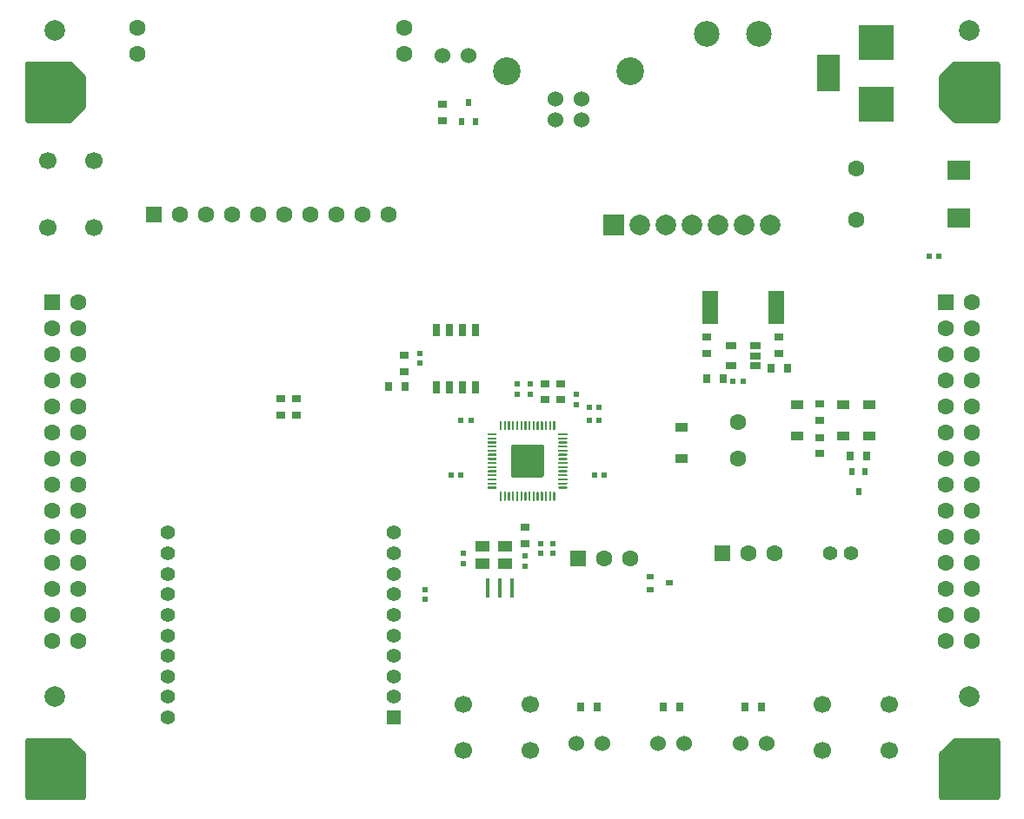
<source format=gts>
%TF.GenerationSoftware,KiCad,Pcbnew,(5.1.12)-1*%
%TF.CreationDate,2022-03-07T16:27:54+09:00*%
%TF.ProjectId,RP2040CommandStation,52503230-3430-4436-9f6d-6d616e645374,rev?*%
%TF.SameCoordinates,PX6cb8080PY8d24d00*%
%TF.FileFunction,Soldermask,Top*%
%TF.FilePolarity,Negative*%
%FSLAX46Y46*%
G04 Gerber Fmt 4.6, Leading zero omitted, Abs format (unit mm)*
G04 Created by KiCad (PCBNEW (5.1.12)-1) date 2022-03-07 16:27:54*
%MOMM*%
%LPD*%
G01*
G04 APERTURE LIST*
%ADD10C,2.000000*%
%ADD11R,0.500000X0.550000*%
%ADD12R,0.550000X0.500000*%
%ADD13R,1.000000X0.700000*%
%ADD14C,1.600000*%
%ADD15C,1.400000*%
%ADD16R,1.600000X1.600000*%
%ADD17R,2.200000X1.850000*%
%ADD18R,1.200000X0.850000*%
%ADD19C,1.524000*%
%ADD20C,3.200000*%
%ADD21R,3.500120X3.500120*%
%ADD22R,2.200000X3.600000*%
%ADD23C,2.500000*%
%ADD24C,2.700000*%
%ADD25R,0.600000X0.800000*%
%ADD26R,0.800000X0.600000*%
%ADD27R,1.500000X3.200000*%
%ADD28R,0.900000X0.700000*%
%ADD29R,0.700000X0.900000*%
%ADD30C,1.700000*%
%ADD31R,0.800000X1.300000*%
%ADD32R,2.000000X2.000000*%
%ADD33R,1.400000X1.400000*%
%ADD34R,1.400000X1.100000*%
%ADD35R,0.400000X1.900000*%
%ADD36C,0.250000*%
%ADD37C,0.100000*%
G04 APERTURE END LIST*
D10*
%TO.C,REF\u002A\u002A*%
X3000000Y10000000D03*
%TD*%
%TO.C,REF\u002A\u002A*%
X92000000Y10000000D03*
%TD*%
%TO.C,REF\u002A\u002A*%
X3000000Y75000000D03*
%TD*%
%TO.C,REF\u002A\u002A*%
X92000000Y75000000D03*
%TD*%
D11*
%TO.C,C8*%
X51500000Y24975000D03*
X51500000Y24025000D03*
%TD*%
D12*
%TO.C,C2*%
X88125000Y53000000D03*
X89075000Y53000000D03*
%TD*%
D13*
%TO.C,U4*%
X68800000Y42300000D03*
X68800000Y44200000D03*
X71200000Y44200000D03*
X71200000Y43250000D03*
X71200000Y42300000D03*
%TD*%
D12*
%TO.C,C5*%
X69975000Y40750000D03*
X69025000Y40750000D03*
%TD*%
D11*
%TO.C,C18*%
X39000000Y20475000D03*
X39000000Y19525000D03*
%TD*%
D12*
%TO.C,C12*%
X43475000Y37000000D03*
X42525000Y37000000D03*
%TD*%
%TO.C,C13*%
X42475000Y31600000D03*
X41525000Y31600000D03*
%TD*%
%TO.C,C15*%
X55525000Y31600000D03*
X56475000Y31600000D03*
%TD*%
D11*
%TO.C,C10*%
X48000000Y39525000D03*
X48000000Y40475000D03*
%TD*%
%TO.C,C11*%
X49250000Y39525000D03*
X49250000Y40475000D03*
%TD*%
%TO.C,C9*%
X53750000Y38525000D03*
X53750000Y39475000D03*
%TD*%
D12*
%TO.C,C17*%
X55025000Y38250000D03*
X55975000Y38250000D03*
%TD*%
%TO.C,C16*%
X55025000Y37000000D03*
X55975000Y37000000D03*
%TD*%
D11*
%TO.C,C6*%
X42750000Y23025000D03*
X42750000Y23975000D03*
%TD*%
%TO.C,C7*%
X48750000Y23725000D03*
X48750000Y22775000D03*
%TD*%
%TO.C,C14*%
X50250000Y24975000D03*
X50250000Y24025000D03*
%TD*%
D14*
%TO.C,C1*%
X81000000Y56500000D03*
X81000000Y61500000D03*
%TD*%
%TO.C,C3*%
X69500000Y33250000D03*
X69500000Y36750000D03*
%TD*%
D15*
%TO.C,C4*%
X78500000Y24000000D03*
X80500000Y24000000D03*
%TD*%
D14*
%TO.C,CN1*%
X35430000Y57000000D03*
X30350000Y57000000D03*
X27810000Y57000000D03*
X25270000Y57000000D03*
X22730000Y57000000D03*
X20190000Y57000000D03*
X17650000Y57000000D03*
X15110000Y57000000D03*
X11000000Y72730000D03*
X11000000Y75270000D03*
X37000000Y75270000D03*
X37000000Y72730000D03*
X32890000Y57000000D03*
D16*
X12570000Y57000000D03*
%TD*%
D17*
%TO.C,D1*%
X91000000Y56675000D03*
X91000000Y61325000D03*
%TD*%
D18*
%TO.C,D2*%
X75250000Y38525000D03*
X75250000Y35475000D03*
%TD*%
%TO.C,D3*%
X82250000Y35475000D03*
X82250000Y38525000D03*
%TD*%
%TO.C,D4*%
X79750000Y35475000D03*
X79750000Y38525000D03*
%TD*%
D19*
%TO.C,D5*%
X64270000Y5500000D03*
X61730000Y5500000D03*
%TD*%
%TO.C,D6*%
X72270000Y5500000D03*
X69730000Y5500000D03*
%TD*%
%TO.C,D7*%
X40730000Y72500000D03*
X43270000Y72500000D03*
%TD*%
D20*
%TO.C,H1*%
X92000000Y69000000D03*
%TD*%
%TO.C,H2*%
X92000000Y3000000D03*
%TD*%
%TO.C,H3*%
X3000000Y69000000D03*
%TD*%
%TO.C,H4*%
X3000000Y3000000D03*
%TD*%
D21*
%TO.C,J1*%
X83000000Y67799860D03*
X83000000Y73799340D03*
D22*
X78301000Y70799600D03*
%TD*%
D23*
%TO.C,J2*%
X71540000Y74600000D03*
X66460000Y74600000D03*
%TD*%
D19*
%TO.C,J3*%
X51750000Y66290000D03*
X54250000Y66290000D03*
X54250000Y68290000D03*
X51750000Y68290000D03*
D24*
X59020000Y71000000D03*
X46980000Y71000000D03*
%TD*%
D14*
%TO.C,J4*%
X5270000Y15490000D03*
X2730000Y15490000D03*
X5270000Y18030000D03*
X2730000Y18030000D03*
X5270000Y20570000D03*
X2730000Y20570000D03*
X5270000Y23110000D03*
X2730000Y23110000D03*
X5270000Y25650000D03*
X2730000Y25650000D03*
X5270000Y28190000D03*
X2730000Y28190000D03*
X5270000Y30730000D03*
X2730000Y30730000D03*
X5270000Y33270000D03*
X2730000Y33270000D03*
X5270000Y35810000D03*
X2730000Y35810000D03*
X5270000Y38350000D03*
X2730000Y38350000D03*
X5270000Y40890000D03*
X2730000Y40890000D03*
X5270000Y43430000D03*
X2730000Y43430000D03*
X5270000Y45970000D03*
X2730000Y45970000D03*
X5270000Y48510000D03*
D16*
X2730000Y48510000D03*
%TD*%
%TO.C,J5*%
X89730000Y48510000D03*
D14*
X92270000Y48510000D03*
X89730000Y45970000D03*
X92270000Y45970000D03*
X89730000Y43430000D03*
X92270000Y43430000D03*
X89730000Y40890000D03*
X92270000Y40890000D03*
X89730000Y38350000D03*
X92270000Y38350000D03*
X89730000Y35810000D03*
X92270000Y35810000D03*
X89730000Y33270000D03*
X92270000Y33270000D03*
X89730000Y30730000D03*
X92270000Y30730000D03*
X89730000Y28190000D03*
X92270000Y28190000D03*
X89730000Y25650000D03*
X92270000Y25650000D03*
X89730000Y23110000D03*
X92270000Y23110000D03*
X89730000Y20570000D03*
X92270000Y20570000D03*
X89730000Y18030000D03*
X92270000Y18030000D03*
X89730000Y15490000D03*
X92270000Y15490000D03*
%TD*%
D25*
%TO.C,Q1*%
X81900000Y31950000D03*
X80600000Y31950000D03*
X81250000Y30050000D03*
%TD*%
D26*
%TO.C,Q2*%
X62850000Y21100000D03*
X60950000Y20450000D03*
X60950000Y21750000D03*
%TD*%
D25*
%TO.C,Q3*%
X42600000Y66050000D03*
X43900000Y66050000D03*
X43250000Y67950000D03*
%TD*%
D27*
%TO.C,R1*%
X66800000Y48000000D03*
X73200000Y48000000D03*
%TD*%
D28*
%TO.C,R2*%
X66500000Y43450000D03*
X66500000Y45050000D03*
%TD*%
%TO.C,R3*%
X73500000Y45050000D03*
X73500000Y43450000D03*
%TD*%
D29*
%TO.C,R4*%
X68050000Y41000000D03*
X66450000Y41000000D03*
%TD*%
%TO.C,R5*%
X74300000Y42000000D03*
X72700000Y42000000D03*
%TD*%
D28*
%TO.C,R6*%
X77500000Y38550000D03*
X77500000Y36950000D03*
%TD*%
%TO.C,R7*%
X77500000Y35300000D03*
X77500000Y33700000D03*
%TD*%
%TO.C,R8*%
X48750000Y24950000D03*
X48750000Y26550000D03*
%TD*%
D29*
%TO.C,R9*%
X35450000Y40250000D03*
X37050000Y40250000D03*
%TD*%
D28*
%TO.C,R10*%
X37000000Y41700000D03*
X37000000Y43300000D03*
%TD*%
%TO.C,R11*%
X50750000Y38950000D03*
X50750000Y40550000D03*
%TD*%
%TO.C,R12*%
X52250000Y38950000D03*
X52250000Y40550000D03*
%TD*%
%TO.C,R13*%
X25000000Y37450000D03*
X25000000Y39050000D03*
%TD*%
%TO.C,R14*%
X26500000Y37450000D03*
X26500000Y39050000D03*
%TD*%
D29*
%TO.C,R15*%
X63800000Y9000000D03*
X62200000Y9000000D03*
%TD*%
%TO.C,R16*%
X71800000Y9000000D03*
X70200000Y9000000D03*
%TD*%
%TO.C,R17*%
X80450000Y33500000D03*
X82050000Y33500000D03*
%TD*%
D28*
%TO.C,R18*%
X40750000Y66200000D03*
X40750000Y67800000D03*
%TD*%
D30*
%TO.C,SW1*%
X2250000Y55750000D03*
X2250000Y62250000D03*
X6750000Y55750000D03*
X6750000Y62250000D03*
%TD*%
%TO.C,SW2*%
X77750000Y9250000D03*
X84250000Y9250000D03*
X77750000Y4750000D03*
X84250000Y4750000D03*
%TD*%
%TO.C,U1*%
G36*
G01*
X46300000Y36050000D02*
X46300000Y36825000D01*
G75*
G02*
X46350000Y36875000I50000J0D01*
G01*
X46450000Y36875000D01*
G75*
G02*
X46500000Y36825000I0J-50000D01*
G01*
X46500000Y36050000D01*
G75*
G02*
X46450000Y36000000I-50000J0D01*
G01*
X46350000Y36000000D01*
G75*
G02*
X46300000Y36050000I0J50000D01*
G01*
G37*
G36*
G01*
X46700000Y36050000D02*
X46700000Y36825000D01*
G75*
G02*
X46750000Y36875000I50000J0D01*
G01*
X46850000Y36875000D01*
G75*
G02*
X46900000Y36825000I0J-50000D01*
G01*
X46900000Y36050000D01*
G75*
G02*
X46850000Y36000000I-50000J0D01*
G01*
X46750000Y36000000D01*
G75*
G02*
X46700000Y36050000I0J50000D01*
G01*
G37*
G36*
G01*
X47100000Y36050000D02*
X47100000Y36825000D01*
G75*
G02*
X47150000Y36875000I50000J0D01*
G01*
X47250000Y36875000D01*
G75*
G02*
X47300000Y36825000I0J-50000D01*
G01*
X47300000Y36050000D01*
G75*
G02*
X47250000Y36000000I-50000J0D01*
G01*
X47150000Y36000000D01*
G75*
G02*
X47100000Y36050000I0J50000D01*
G01*
G37*
G36*
G01*
X47500000Y36050000D02*
X47500000Y36825000D01*
G75*
G02*
X47550000Y36875000I50000J0D01*
G01*
X47650000Y36875000D01*
G75*
G02*
X47700000Y36825000I0J-50000D01*
G01*
X47700000Y36050000D01*
G75*
G02*
X47650000Y36000000I-50000J0D01*
G01*
X47550000Y36000000D01*
G75*
G02*
X47500000Y36050000I0J50000D01*
G01*
G37*
G36*
G01*
X47900000Y36050000D02*
X47900000Y36825000D01*
G75*
G02*
X47950000Y36875000I50000J0D01*
G01*
X48050000Y36875000D01*
G75*
G02*
X48100000Y36825000I0J-50000D01*
G01*
X48100000Y36050000D01*
G75*
G02*
X48050000Y36000000I-50000J0D01*
G01*
X47950000Y36000000D01*
G75*
G02*
X47900000Y36050000I0J50000D01*
G01*
G37*
G36*
G01*
X48300000Y36050000D02*
X48300000Y36825000D01*
G75*
G02*
X48350000Y36875000I50000J0D01*
G01*
X48450000Y36875000D01*
G75*
G02*
X48500000Y36825000I0J-50000D01*
G01*
X48500000Y36050000D01*
G75*
G02*
X48450000Y36000000I-50000J0D01*
G01*
X48350000Y36000000D01*
G75*
G02*
X48300000Y36050000I0J50000D01*
G01*
G37*
G36*
G01*
X48700000Y36050000D02*
X48700000Y36825000D01*
G75*
G02*
X48750000Y36875000I50000J0D01*
G01*
X48850000Y36875000D01*
G75*
G02*
X48900000Y36825000I0J-50000D01*
G01*
X48900000Y36050000D01*
G75*
G02*
X48850000Y36000000I-50000J0D01*
G01*
X48750000Y36000000D01*
G75*
G02*
X48700000Y36050000I0J50000D01*
G01*
G37*
G36*
G01*
X49100000Y36050000D02*
X49100000Y36825000D01*
G75*
G02*
X49150000Y36875000I50000J0D01*
G01*
X49250000Y36875000D01*
G75*
G02*
X49300000Y36825000I0J-50000D01*
G01*
X49300000Y36050000D01*
G75*
G02*
X49250000Y36000000I-50000J0D01*
G01*
X49150000Y36000000D01*
G75*
G02*
X49100000Y36050000I0J50000D01*
G01*
G37*
G36*
G01*
X49500000Y36050000D02*
X49500000Y36825000D01*
G75*
G02*
X49550000Y36875000I50000J0D01*
G01*
X49650000Y36875000D01*
G75*
G02*
X49700000Y36825000I0J-50000D01*
G01*
X49700000Y36050000D01*
G75*
G02*
X49650000Y36000000I-50000J0D01*
G01*
X49550000Y36000000D01*
G75*
G02*
X49500000Y36050000I0J50000D01*
G01*
G37*
G36*
G01*
X49900000Y36050000D02*
X49900000Y36825000D01*
G75*
G02*
X49950000Y36875000I50000J0D01*
G01*
X50050000Y36875000D01*
G75*
G02*
X50100000Y36825000I0J-50000D01*
G01*
X50100000Y36050000D01*
G75*
G02*
X50050000Y36000000I-50000J0D01*
G01*
X49950000Y36000000D01*
G75*
G02*
X49900000Y36050000I0J50000D01*
G01*
G37*
G36*
G01*
X50300000Y36050000D02*
X50300000Y36825000D01*
G75*
G02*
X50350000Y36875000I50000J0D01*
G01*
X50450000Y36875000D01*
G75*
G02*
X50500000Y36825000I0J-50000D01*
G01*
X50500000Y36050000D01*
G75*
G02*
X50450000Y36000000I-50000J0D01*
G01*
X50350000Y36000000D01*
G75*
G02*
X50300000Y36050000I0J50000D01*
G01*
G37*
G36*
G01*
X50700000Y36050000D02*
X50700000Y36825000D01*
G75*
G02*
X50750000Y36875000I50000J0D01*
G01*
X50850000Y36875000D01*
G75*
G02*
X50900000Y36825000I0J-50000D01*
G01*
X50900000Y36050000D01*
G75*
G02*
X50850000Y36000000I-50000J0D01*
G01*
X50750000Y36000000D01*
G75*
G02*
X50700000Y36050000I0J50000D01*
G01*
G37*
G36*
G01*
X51100000Y36050000D02*
X51100000Y36825000D01*
G75*
G02*
X51150000Y36875000I50000J0D01*
G01*
X51250000Y36875000D01*
G75*
G02*
X51300000Y36825000I0J-50000D01*
G01*
X51300000Y36050000D01*
G75*
G02*
X51250000Y36000000I-50000J0D01*
G01*
X51150000Y36000000D01*
G75*
G02*
X51100000Y36050000I0J50000D01*
G01*
G37*
G36*
G01*
X51500000Y36050000D02*
X51500000Y36825000D01*
G75*
G02*
X51550000Y36875000I50000J0D01*
G01*
X51650000Y36875000D01*
G75*
G02*
X51700000Y36825000I0J-50000D01*
G01*
X51700000Y36050000D01*
G75*
G02*
X51650000Y36000000I-50000J0D01*
G01*
X51550000Y36000000D01*
G75*
G02*
X51500000Y36050000I0J50000D01*
G01*
G37*
G36*
G01*
X52000000Y35550000D02*
X52000000Y35650000D01*
G75*
G02*
X52050000Y35700000I50000J0D01*
G01*
X52825000Y35700000D01*
G75*
G02*
X52875000Y35650000I0J-50000D01*
G01*
X52875000Y35550000D01*
G75*
G02*
X52825000Y35500000I-50000J0D01*
G01*
X52050000Y35500000D01*
G75*
G02*
X52000000Y35550000I0J50000D01*
G01*
G37*
G36*
G01*
X52000000Y35150000D02*
X52000000Y35250000D01*
G75*
G02*
X52050000Y35300000I50000J0D01*
G01*
X52825000Y35300000D01*
G75*
G02*
X52875000Y35250000I0J-50000D01*
G01*
X52875000Y35150000D01*
G75*
G02*
X52825000Y35100000I-50000J0D01*
G01*
X52050000Y35100000D01*
G75*
G02*
X52000000Y35150000I0J50000D01*
G01*
G37*
G36*
G01*
X52000000Y34750000D02*
X52000000Y34850000D01*
G75*
G02*
X52050000Y34900000I50000J0D01*
G01*
X52825000Y34900000D01*
G75*
G02*
X52875000Y34850000I0J-50000D01*
G01*
X52875000Y34750000D01*
G75*
G02*
X52825000Y34700000I-50000J0D01*
G01*
X52050000Y34700000D01*
G75*
G02*
X52000000Y34750000I0J50000D01*
G01*
G37*
G36*
G01*
X52000000Y34350000D02*
X52000000Y34450000D01*
G75*
G02*
X52050000Y34500000I50000J0D01*
G01*
X52825000Y34500000D01*
G75*
G02*
X52875000Y34450000I0J-50000D01*
G01*
X52875000Y34350000D01*
G75*
G02*
X52825000Y34300000I-50000J0D01*
G01*
X52050000Y34300000D01*
G75*
G02*
X52000000Y34350000I0J50000D01*
G01*
G37*
G36*
G01*
X52000000Y33950000D02*
X52000000Y34050000D01*
G75*
G02*
X52050000Y34100000I50000J0D01*
G01*
X52825000Y34100000D01*
G75*
G02*
X52875000Y34050000I0J-50000D01*
G01*
X52875000Y33950000D01*
G75*
G02*
X52825000Y33900000I-50000J0D01*
G01*
X52050000Y33900000D01*
G75*
G02*
X52000000Y33950000I0J50000D01*
G01*
G37*
G36*
G01*
X52000000Y33550000D02*
X52000000Y33650000D01*
G75*
G02*
X52050000Y33700000I50000J0D01*
G01*
X52825000Y33700000D01*
G75*
G02*
X52875000Y33650000I0J-50000D01*
G01*
X52875000Y33550000D01*
G75*
G02*
X52825000Y33500000I-50000J0D01*
G01*
X52050000Y33500000D01*
G75*
G02*
X52000000Y33550000I0J50000D01*
G01*
G37*
G36*
G01*
X52000000Y33150000D02*
X52000000Y33250000D01*
G75*
G02*
X52050000Y33300000I50000J0D01*
G01*
X52825000Y33300000D01*
G75*
G02*
X52875000Y33250000I0J-50000D01*
G01*
X52875000Y33150000D01*
G75*
G02*
X52825000Y33100000I-50000J0D01*
G01*
X52050000Y33100000D01*
G75*
G02*
X52000000Y33150000I0J50000D01*
G01*
G37*
G36*
G01*
X52000000Y32750000D02*
X52000000Y32850000D01*
G75*
G02*
X52050000Y32900000I50000J0D01*
G01*
X52825000Y32900000D01*
G75*
G02*
X52875000Y32850000I0J-50000D01*
G01*
X52875000Y32750000D01*
G75*
G02*
X52825000Y32700000I-50000J0D01*
G01*
X52050000Y32700000D01*
G75*
G02*
X52000000Y32750000I0J50000D01*
G01*
G37*
G36*
G01*
X52000000Y32350000D02*
X52000000Y32450000D01*
G75*
G02*
X52050000Y32500000I50000J0D01*
G01*
X52825000Y32500000D01*
G75*
G02*
X52875000Y32450000I0J-50000D01*
G01*
X52875000Y32350000D01*
G75*
G02*
X52825000Y32300000I-50000J0D01*
G01*
X52050000Y32300000D01*
G75*
G02*
X52000000Y32350000I0J50000D01*
G01*
G37*
G36*
G01*
X52000000Y31950000D02*
X52000000Y32050000D01*
G75*
G02*
X52050000Y32100000I50000J0D01*
G01*
X52825000Y32100000D01*
G75*
G02*
X52875000Y32050000I0J-50000D01*
G01*
X52875000Y31950000D01*
G75*
G02*
X52825000Y31900000I-50000J0D01*
G01*
X52050000Y31900000D01*
G75*
G02*
X52000000Y31950000I0J50000D01*
G01*
G37*
G36*
G01*
X52000000Y31550000D02*
X52000000Y31650000D01*
G75*
G02*
X52050000Y31700000I50000J0D01*
G01*
X52825000Y31700000D01*
G75*
G02*
X52875000Y31650000I0J-50000D01*
G01*
X52875000Y31550000D01*
G75*
G02*
X52825000Y31500000I-50000J0D01*
G01*
X52050000Y31500000D01*
G75*
G02*
X52000000Y31550000I0J50000D01*
G01*
G37*
G36*
G01*
X52000000Y31150000D02*
X52000000Y31250000D01*
G75*
G02*
X52050000Y31300000I50000J0D01*
G01*
X52825000Y31300000D01*
G75*
G02*
X52875000Y31250000I0J-50000D01*
G01*
X52875000Y31150000D01*
G75*
G02*
X52825000Y31100000I-50000J0D01*
G01*
X52050000Y31100000D01*
G75*
G02*
X52000000Y31150000I0J50000D01*
G01*
G37*
G36*
G01*
X52000000Y30750000D02*
X52000000Y30850000D01*
G75*
G02*
X52050000Y30900000I50000J0D01*
G01*
X52825000Y30900000D01*
G75*
G02*
X52875000Y30850000I0J-50000D01*
G01*
X52875000Y30750000D01*
G75*
G02*
X52825000Y30700000I-50000J0D01*
G01*
X52050000Y30700000D01*
G75*
G02*
X52000000Y30750000I0J50000D01*
G01*
G37*
G36*
G01*
X52000000Y30350000D02*
X52000000Y30450000D01*
G75*
G02*
X52050000Y30500000I50000J0D01*
G01*
X52825000Y30500000D01*
G75*
G02*
X52875000Y30450000I0J-50000D01*
G01*
X52875000Y30350000D01*
G75*
G02*
X52825000Y30300000I-50000J0D01*
G01*
X52050000Y30300000D01*
G75*
G02*
X52000000Y30350000I0J50000D01*
G01*
G37*
G36*
G01*
X51500000Y29175000D02*
X51500000Y29950000D01*
G75*
G02*
X51550000Y30000000I50000J0D01*
G01*
X51650000Y30000000D01*
G75*
G02*
X51700000Y29950000I0J-50000D01*
G01*
X51700000Y29175000D01*
G75*
G02*
X51650000Y29125000I-50000J0D01*
G01*
X51550000Y29125000D01*
G75*
G02*
X51500000Y29175000I0J50000D01*
G01*
G37*
G36*
G01*
X51100000Y29175000D02*
X51100000Y29950000D01*
G75*
G02*
X51150000Y30000000I50000J0D01*
G01*
X51250000Y30000000D01*
G75*
G02*
X51300000Y29950000I0J-50000D01*
G01*
X51300000Y29175000D01*
G75*
G02*
X51250000Y29125000I-50000J0D01*
G01*
X51150000Y29125000D01*
G75*
G02*
X51100000Y29175000I0J50000D01*
G01*
G37*
G36*
G01*
X50700000Y29175000D02*
X50700000Y29950000D01*
G75*
G02*
X50750000Y30000000I50000J0D01*
G01*
X50850000Y30000000D01*
G75*
G02*
X50900000Y29950000I0J-50000D01*
G01*
X50900000Y29175000D01*
G75*
G02*
X50850000Y29125000I-50000J0D01*
G01*
X50750000Y29125000D01*
G75*
G02*
X50700000Y29175000I0J50000D01*
G01*
G37*
G36*
G01*
X50300000Y29175000D02*
X50300000Y29950000D01*
G75*
G02*
X50350000Y30000000I50000J0D01*
G01*
X50450000Y30000000D01*
G75*
G02*
X50500000Y29950000I0J-50000D01*
G01*
X50500000Y29175000D01*
G75*
G02*
X50450000Y29125000I-50000J0D01*
G01*
X50350000Y29125000D01*
G75*
G02*
X50300000Y29175000I0J50000D01*
G01*
G37*
G36*
G01*
X49900000Y29175000D02*
X49900000Y29950000D01*
G75*
G02*
X49950000Y30000000I50000J0D01*
G01*
X50050000Y30000000D01*
G75*
G02*
X50100000Y29950000I0J-50000D01*
G01*
X50100000Y29175000D01*
G75*
G02*
X50050000Y29125000I-50000J0D01*
G01*
X49950000Y29125000D01*
G75*
G02*
X49900000Y29175000I0J50000D01*
G01*
G37*
G36*
G01*
X49500000Y29175000D02*
X49500000Y29950000D01*
G75*
G02*
X49550000Y30000000I50000J0D01*
G01*
X49650000Y30000000D01*
G75*
G02*
X49700000Y29950000I0J-50000D01*
G01*
X49700000Y29175000D01*
G75*
G02*
X49650000Y29125000I-50000J0D01*
G01*
X49550000Y29125000D01*
G75*
G02*
X49500000Y29175000I0J50000D01*
G01*
G37*
G36*
G01*
X49100000Y29175000D02*
X49100000Y29950000D01*
G75*
G02*
X49150000Y30000000I50000J0D01*
G01*
X49250000Y30000000D01*
G75*
G02*
X49300000Y29950000I0J-50000D01*
G01*
X49300000Y29175000D01*
G75*
G02*
X49250000Y29125000I-50000J0D01*
G01*
X49150000Y29125000D01*
G75*
G02*
X49100000Y29175000I0J50000D01*
G01*
G37*
G36*
G01*
X48700000Y29175000D02*
X48700000Y29950000D01*
G75*
G02*
X48750000Y30000000I50000J0D01*
G01*
X48850000Y30000000D01*
G75*
G02*
X48900000Y29950000I0J-50000D01*
G01*
X48900000Y29175000D01*
G75*
G02*
X48850000Y29125000I-50000J0D01*
G01*
X48750000Y29125000D01*
G75*
G02*
X48700000Y29175000I0J50000D01*
G01*
G37*
G36*
G01*
X48300000Y29175000D02*
X48300000Y29950000D01*
G75*
G02*
X48350000Y30000000I50000J0D01*
G01*
X48450000Y30000000D01*
G75*
G02*
X48500000Y29950000I0J-50000D01*
G01*
X48500000Y29175000D01*
G75*
G02*
X48450000Y29125000I-50000J0D01*
G01*
X48350000Y29125000D01*
G75*
G02*
X48300000Y29175000I0J50000D01*
G01*
G37*
G36*
G01*
X47900000Y29175000D02*
X47900000Y29950000D01*
G75*
G02*
X47950000Y30000000I50000J0D01*
G01*
X48050000Y30000000D01*
G75*
G02*
X48100000Y29950000I0J-50000D01*
G01*
X48100000Y29175000D01*
G75*
G02*
X48050000Y29125000I-50000J0D01*
G01*
X47950000Y29125000D01*
G75*
G02*
X47900000Y29175000I0J50000D01*
G01*
G37*
G36*
G01*
X47500000Y29175000D02*
X47500000Y29950000D01*
G75*
G02*
X47550000Y30000000I50000J0D01*
G01*
X47650000Y30000000D01*
G75*
G02*
X47700000Y29950000I0J-50000D01*
G01*
X47700000Y29175000D01*
G75*
G02*
X47650000Y29125000I-50000J0D01*
G01*
X47550000Y29125000D01*
G75*
G02*
X47500000Y29175000I0J50000D01*
G01*
G37*
G36*
G01*
X47100000Y29175000D02*
X47100000Y29950000D01*
G75*
G02*
X47150000Y30000000I50000J0D01*
G01*
X47250000Y30000000D01*
G75*
G02*
X47300000Y29950000I0J-50000D01*
G01*
X47300000Y29175000D01*
G75*
G02*
X47250000Y29125000I-50000J0D01*
G01*
X47150000Y29125000D01*
G75*
G02*
X47100000Y29175000I0J50000D01*
G01*
G37*
G36*
G01*
X46700000Y29175000D02*
X46700000Y29950000D01*
G75*
G02*
X46750000Y30000000I50000J0D01*
G01*
X46850000Y30000000D01*
G75*
G02*
X46900000Y29950000I0J-50000D01*
G01*
X46900000Y29175000D01*
G75*
G02*
X46850000Y29125000I-50000J0D01*
G01*
X46750000Y29125000D01*
G75*
G02*
X46700000Y29175000I0J50000D01*
G01*
G37*
G36*
G01*
X46300000Y29175000D02*
X46300000Y29950000D01*
G75*
G02*
X46350000Y30000000I50000J0D01*
G01*
X46450000Y30000000D01*
G75*
G02*
X46500000Y29950000I0J-50000D01*
G01*
X46500000Y29175000D01*
G75*
G02*
X46450000Y29125000I-50000J0D01*
G01*
X46350000Y29125000D01*
G75*
G02*
X46300000Y29175000I0J50000D01*
G01*
G37*
G36*
G01*
X45125000Y30350000D02*
X45125000Y30450000D01*
G75*
G02*
X45175000Y30500000I50000J0D01*
G01*
X45950000Y30500000D01*
G75*
G02*
X46000000Y30450000I0J-50000D01*
G01*
X46000000Y30350000D01*
G75*
G02*
X45950000Y30300000I-50000J0D01*
G01*
X45175000Y30300000D01*
G75*
G02*
X45125000Y30350000I0J50000D01*
G01*
G37*
G36*
G01*
X45125000Y30750000D02*
X45125000Y30850000D01*
G75*
G02*
X45175000Y30900000I50000J0D01*
G01*
X45950000Y30900000D01*
G75*
G02*
X46000000Y30850000I0J-50000D01*
G01*
X46000000Y30750000D01*
G75*
G02*
X45950000Y30700000I-50000J0D01*
G01*
X45175000Y30700000D01*
G75*
G02*
X45125000Y30750000I0J50000D01*
G01*
G37*
G36*
G01*
X45125000Y31150000D02*
X45125000Y31250000D01*
G75*
G02*
X45175000Y31300000I50000J0D01*
G01*
X45950000Y31300000D01*
G75*
G02*
X46000000Y31250000I0J-50000D01*
G01*
X46000000Y31150000D01*
G75*
G02*
X45950000Y31100000I-50000J0D01*
G01*
X45175000Y31100000D01*
G75*
G02*
X45125000Y31150000I0J50000D01*
G01*
G37*
G36*
G01*
X45125000Y31550000D02*
X45125000Y31650000D01*
G75*
G02*
X45175000Y31700000I50000J0D01*
G01*
X45950000Y31700000D01*
G75*
G02*
X46000000Y31650000I0J-50000D01*
G01*
X46000000Y31550000D01*
G75*
G02*
X45950000Y31500000I-50000J0D01*
G01*
X45175000Y31500000D01*
G75*
G02*
X45125000Y31550000I0J50000D01*
G01*
G37*
G36*
G01*
X45125000Y31950000D02*
X45125000Y32050000D01*
G75*
G02*
X45175000Y32100000I50000J0D01*
G01*
X45950000Y32100000D01*
G75*
G02*
X46000000Y32050000I0J-50000D01*
G01*
X46000000Y31950000D01*
G75*
G02*
X45950000Y31900000I-50000J0D01*
G01*
X45175000Y31900000D01*
G75*
G02*
X45125000Y31950000I0J50000D01*
G01*
G37*
G36*
G01*
X45125000Y32350000D02*
X45125000Y32450000D01*
G75*
G02*
X45175000Y32500000I50000J0D01*
G01*
X45950000Y32500000D01*
G75*
G02*
X46000000Y32450000I0J-50000D01*
G01*
X46000000Y32350000D01*
G75*
G02*
X45950000Y32300000I-50000J0D01*
G01*
X45175000Y32300000D01*
G75*
G02*
X45125000Y32350000I0J50000D01*
G01*
G37*
G36*
G01*
X45125000Y32750000D02*
X45125000Y32850000D01*
G75*
G02*
X45175000Y32900000I50000J0D01*
G01*
X45950000Y32900000D01*
G75*
G02*
X46000000Y32850000I0J-50000D01*
G01*
X46000000Y32750000D01*
G75*
G02*
X45950000Y32700000I-50000J0D01*
G01*
X45175000Y32700000D01*
G75*
G02*
X45125000Y32750000I0J50000D01*
G01*
G37*
G36*
G01*
X45125000Y33150000D02*
X45125000Y33250000D01*
G75*
G02*
X45175000Y33300000I50000J0D01*
G01*
X45950000Y33300000D01*
G75*
G02*
X46000000Y33250000I0J-50000D01*
G01*
X46000000Y33150000D01*
G75*
G02*
X45950000Y33100000I-50000J0D01*
G01*
X45175000Y33100000D01*
G75*
G02*
X45125000Y33150000I0J50000D01*
G01*
G37*
G36*
G01*
X45125000Y33550000D02*
X45125000Y33650000D01*
G75*
G02*
X45175000Y33700000I50000J0D01*
G01*
X45950000Y33700000D01*
G75*
G02*
X46000000Y33650000I0J-50000D01*
G01*
X46000000Y33550000D01*
G75*
G02*
X45950000Y33500000I-50000J0D01*
G01*
X45175000Y33500000D01*
G75*
G02*
X45125000Y33550000I0J50000D01*
G01*
G37*
G36*
G01*
X45125000Y33950000D02*
X45125000Y34050000D01*
G75*
G02*
X45175000Y34100000I50000J0D01*
G01*
X45950000Y34100000D01*
G75*
G02*
X46000000Y34050000I0J-50000D01*
G01*
X46000000Y33950000D01*
G75*
G02*
X45950000Y33900000I-50000J0D01*
G01*
X45175000Y33900000D01*
G75*
G02*
X45125000Y33950000I0J50000D01*
G01*
G37*
G36*
G01*
X45125000Y34350000D02*
X45125000Y34450000D01*
G75*
G02*
X45175000Y34500000I50000J0D01*
G01*
X45950000Y34500000D01*
G75*
G02*
X46000000Y34450000I0J-50000D01*
G01*
X46000000Y34350000D01*
G75*
G02*
X45950000Y34300000I-50000J0D01*
G01*
X45175000Y34300000D01*
G75*
G02*
X45125000Y34350000I0J50000D01*
G01*
G37*
G36*
G01*
X45125000Y34750000D02*
X45125000Y34850000D01*
G75*
G02*
X45175000Y34900000I50000J0D01*
G01*
X45950000Y34900000D01*
G75*
G02*
X46000000Y34850000I0J-50000D01*
G01*
X46000000Y34750000D01*
G75*
G02*
X45950000Y34700000I-50000J0D01*
G01*
X45175000Y34700000D01*
G75*
G02*
X45125000Y34750000I0J50000D01*
G01*
G37*
G36*
G01*
X45125000Y35150000D02*
X45125000Y35250000D01*
G75*
G02*
X45175000Y35300000I50000J0D01*
G01*
X45950000Y35300000D01*
G75*
G02*
X46000000Y35250000I0J-50000D01*
G01*
X46000000Y35150000D01*
G75*
G02*
X45950000Y35100000I-50000J0D01*
G01*
X45175000Y35100000D01*
G75*
G02*
X45125000Y35150000I0J50000D01*
G01*
G37*
G36*
G01*
X45125000Y35550000D02*
X45125000Y35650000D01*
G75*
G02*
X45175000Y35700000I50000J0D01*
G01*
X45950000Y35700000D01*
G75*
G02*
X46000000Y35650000I0J-50000D01*
G01*
X46000000Y35550000D01*
G75*
G02*
X45950000Y35500000I-50000J0D01*
G01*
X45175000Y35500000D01*
G75*
G02*
X45125000Y35550000I0J50000D01*
G01*
G37*
G36*
G01*
X47400000Y31544000D02*
X47400000Y34456000D01*
G75*
G02*
X47544000Y34600000I144000J0D01*
G01*
X50456000Y34600000D01*
G75*
G02*
X50600000Y34456000I0J-144000D01*
G01*
X50600000Y31544000D01*
G75*
G02*
X50456000Y31400000I-144000J0D01*
G01*
X47544000Y31400000D01*
G75*
G02*
X47400000Y31544000I0J144000D01*
G01*
G37*
%TD*%
D31*
%TO.C,U2*%
X40095000Y45800000D03*
X41365000Y45800000D03*
X42635000Y45800000D03*
X43905000Y45800000D03*
X43905000Y40200000D03*
X42635000Y40200000D03*
X41365000Y40200000D03*
X40095000Y40200000D03*
%TD*%
D32*
%TO.C,U3*%
X57380000Y56000000D03*
D10*
X59920000Y56000000D03*
X62460000Y56000000D03*
X65000000Y56000000D03*
X67540000Y56000000D03*
X70080000Y56000000D03*
X72620000Y56000000D03*
%TD*%
D16*
%TO.C,U5*%
X67960000Y24000000D03*
D14*
X70500000Y24000000D03*
X73040000Y24000000D03*
%TD*%
D33*
%TO.C,U6*%
X36000000Y8000000D03*
D15*
X36000000Y10000000D03*
X36000000Y12000000D03*
X36000000Y14000000D03*
X36000000Y16000000D03*
X36000000Y18000000D03*
X36000000Y20000000D03*
X36000000Y22000000D03*
X36000000Y24000000D03*
X36000000Y26000000D03*
X14000000Y26000000D03*
X14000000Y24000000D03*
X14000000Y22000000D03*
X14000000Y20000000D03*
X14000000Y18000000D03*
X14000000Y16000000D03*
X14000000Y14000000D03*
X14000000Y12000000D03*
X14000000Y10000000D03*
X14000000Y8000000D03*
%TD*%
D34*
%TO.C,Y1*%
X44600000Y22950000D03*
X46800000Y22950000D03*
X46800000Y24650000D03*
X44600000Y24650000D03*
%TD*%
D14*
%TO.C,J6*%
X59040000Y23500000D03*
X56500000Y23500000D03*
D16*
X53960000Y23500000D03*
%TD*%
D30*
%TO.C,SW3*%
X49250000Y4750000D03*
X42750000Y4750000D03*
X49250000Y9250000D03*
X42750000Y9250000D03*
%TD*%
D11*
%TO.C,C19*%
X38500000Y43475000D03*
X38500000Y42525000D03*
%TD*%
D19*
%TO.C,D8*%
X56270000Y5500000D03*
X53730000Y5500000D03*
%TD*%
D29*
%TO.C,R19*%
X55800000Y9000000D03*
X54200000Y9000000D03*
%TD*%
D18*
%TO.C,D9*%
X64000000Y33225000D03*
X64000000Y36275000D03*
%TD*%
D35*
%TO.C,Y2*%
X45100000Y20600000D03*
X46300000Y20600000D03*
X47500000Y20600000D03*
%TD*%
D36*
X4441768Y5859417D02*
X4508188Y5815036D01*
X5815036Y4508188D01*
X5859417Y4441768D01*
X5875000Y4363426D01*
X5875000Y312310D01*
X5859417Y233968D01*
X5822012Y177988D01*
X5766032Y140583D01*
X5687690Y125000D01*
X312310Y125000D01*
X233968Y140583D01*
X177988Y177988D01*
X140583Y233968D01*
X125000Y312310D01*
X125000Y5687690D01*
X140583Y5766032D01*
X177988Y5822012D01*
X233968Y5859417D01*
X312310Y5875000D01*
X4363426Y5875000D01*
X4441768Y5859417D01*
D37*
G36*
X4441768Y5859417D02*
G01*
X4508188Y5815036D01*
X5815036Y4508188D01*
X5859417Y4441768D01*
X5875000Y4363426D01*
X5875000Y312310D01*
X5859417Y233968D01*
X5822012Y177988D01*
X5766032Y140583D01*
X5687690Y125000D01*
X312310Y125000D01*
X233968Y140583D01*
X177988Y177988D01*
X140583Y233968D01*
X125000Y312310D01*
X125000Y5687690D01*
X140583Y5766032D01*
X177988Y5822012D01*
X233968Y5859417D01*
X312310Y5875000D01*
X4363426Y5875000D01*
X4441768Y5859417D01*
G37*
D36*
X94766032Y5859417D02*
X94822012Y5822012D01*
X94859417Y5766032D01*
X94875000Y5687690D01*
X94875000Y312310D01*
X94859417Y233968D01*
X94822012Y177988D01*
X94766032Y140583D01*
X94687690Y125000D01*
X89312310Y125000D01*
X89233968Y140583D01*
X89177988Y177988D01*
X89140583Y233968D01*
X89125000Y312310D01*
X89125000Y4363426D01*
X89140583Y4441768D01*
X89184964Y4508188D01*
X90491812Y5815036D01*
X90558232Y5859417D01*
X90636574Y5875000D01*
X94687690Y5875000D01*
X94766032Y5859417D01*
D37*
G36*
X94766032Y5859417D02*
G01*
X94822012Y5822012D01*
X94859417Y5766032D01*
X94875000Y5687690D01*
X94875000Y312310D01*
X94859417Y233968D01*
X94822012Y177988D01*
X94766032Y140583D01*
X94687690Y125000D01*
X89312310Y125000D01*
X89233968Y140583D01*
X89177988Y177988D01*
X89140583Y233968D01*
X89125000Y312310D01*
X89125000Y4363426D01*
X89140583Y4441768D01*
X89184964Y4508188D01*
X90491812Y5815036D01*
X90558232Y5859417D01*
X90636574Y5875000D01*
X94687690Y5875000D01*
X94766032Y5859417D01*
G37*
D36*
X94766032Y71859417D02*
X94822012Y71822012D01*
X94859417Y71766032D01*
X94875000Y71687690D01*
X94875000Y66312310D01*
X94859417Y66233968D01*
X94822012Y66177988D01*
X94766032Y66140583D01*
X94687690Y66125000D01*
X90636574Y66125000D01*
X90558232Y66140583D01*
X90491812Y66184964D01*
X89184964Y67491812D01*
X89140583Y67558232D01*
X89125000Y67636574D01*
X89125000Y70363426D01*
X89140583Y70441768D01*
X89184964Y70508188D01*
X90491812Y71815036D01*
X90558232Y71859417D01*
X90636574Y71875000D01*
X94687690Y71875000D01*
X94766032Y71859417D01*
D37*
G36*
X94766032Y71859417D02*
G01*
X94822012Y71822012D01*
X94859417Y71766032D01*
X94875000Y71687690D01*
X94875000Y66312310D01*
X94859417Y66233968D01*
X94822012Y66177988D01*
X94766032Y66140583D01*
X94687690Y66125000D01*
X90636574Y66125000D01*
X90558232Y66140583D01*
X90491812Y66184964D01*
X89184964Y67491812D01*
X89140583Y67558232D01*
X89125000Y67636574D01*
X89125000Y70363426D01*
X89140583Y70441768D01*
X89184964Y70508188D01*
X90491812Y71815036D01*
X90558232Y71859417D01*
X90636574Y71875000D01*
X94687690Y71875000D01*
X94766032Y71859417D01*
G37*
D36*
X4441768Y71859417D02*
X4508188Y71815036D01*
X5815036Y70508188D01*
X5859417Y70441768D01*
X5875000Y70363426D01*
X5875000Y67636574D01*
X5859417Y67558232D01*
X5815036Y67491812D01*
X4508188Y66184964D01*
X4441768Y66140583D01*
X4363426Y66125000D01*
X312310Y66125000D01*
X233968Y66140583D01*
X177988Y66177988D01*
X140583Y66233968D01*
X125000Y66312310D01*
X125000Y71687690D01*
X140583Y71766032D01*
X177988Y71822012D01*
X233968Y71859417D01*
X312310Y71875000D01*
X4363426Y71875000D01*
X4441768Y71859417D01*
D37*
G36*
X4441768Y71859417D02*
G01*
X4508188Y71815036D01*
X5815036Y70508188D01*
X5859417Y70441768D01*
X5875000Y70363426D01*
X5875000Y67636574D01*
X5859417Y67558232D01*
X5815036Y67491812D01*
X4508188Y66184964D01*
X4441768Y66140583D01*
X4363426Y66125000D01*
X312310Y66125000D01*
X233968Y66140583D01*
X177988Y66177988D01*
X140583Y66233968D01*
X125000Y66312310D01*
X125000Y71687690D01*
X140583Y71766032D01*
X177988Y71822012D01*
X233968Y71859417D01*
X312310Y71875000D01*
X4363426Y71875000D01*
X4441768Y71859417D01*
G37*
M02*

</source>
